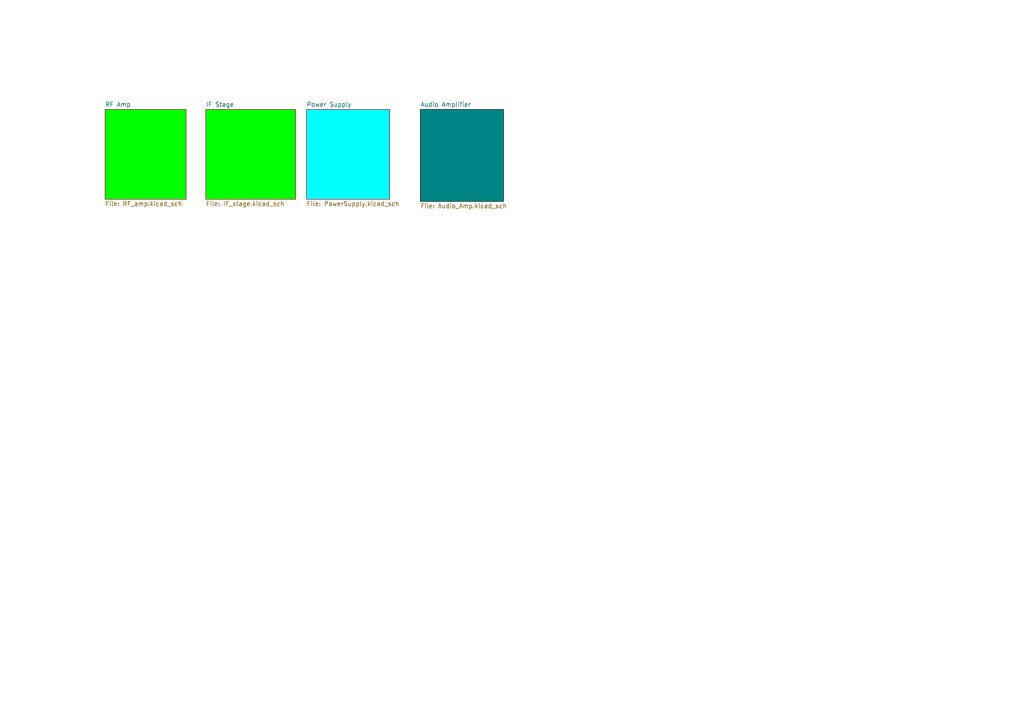
<source format=kicad_sch>
(kicad_sch (version 20211123) (generator eeschema)
  (paper "A4")
  (lib_symbols)
  (sheet (at 121.92 31.75) (size 24.13 26.67) (stroke (width 0.1524) (color 0 0 0 1)) (fill (color 0 132 132 1.0000))
    (property "Sheet name" "Audio Amplifier" (at 121.92 31.0384 0) (effects (justify left bottom)))
    (property "Sheet file" "Audio_Amp.kicad_sch" (at 121.92 59.0046 0) (effects (justify left top)))
  )
  (sheet (at 59.69 31.75) (size 26.035 26.035) (stroke (width 0.1524)) (fill (color 0 255 0 1.0000))
    (property "Sheet name" "IF Stage" (at 59.69 31.0384 0) (effects (justify left bottom)))
    (property "Sheet file" "IF_stage.kicad_sch" (at 59.69 58.3696 0) (effects (justify left top)))
  )
  (sheet (at 88.9 31.75) (size 24.13 26.035) (stroke (width 0.1524)) (fill (color 0 255 255 1.0000))
    (property "Sheet name" "Power Supply" (at 88.9 31.0384 0) (effects (justify left bottom)))
    (property "Sheet file" "PowerSupply.kicad_sch" (at 88.9 58.3696 0) (effects (justify left top)))
  )
  (sheet (at 30.48 31.75) (size 23.495 26.035) (stroke (width 0.1524)) (fill (color 0 255 0 1.0000))
    (property "Sheet name" "RF Amp" (at 30.48 31.0384 0) (effects (justify left bottom)))
    (property "Sheet file" "RF_amp.kicad_sch" (at 30.48 58.3696 0) (effects (justify left top)))
  )
)
</source>
